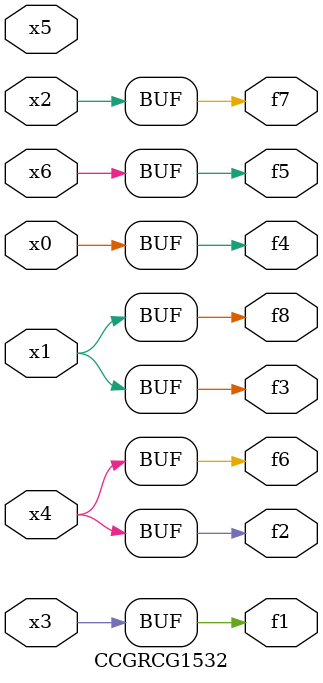
<source format=v>
module CCGRCG1532(
	input x0, x1, x2, x3, x4, x5, x6,
	output f1, f2, f3, f4, f5, f6, f7, f8
);
	assign f1 = x3;
	assign f2 = x4;
	assign f3 = x1;
	assign f4 = x0;
	assign f5 = x6;
	assign f6 = x4;
	assign f7 = x2;
	assign f8 = x1;
endmodule

</source>
